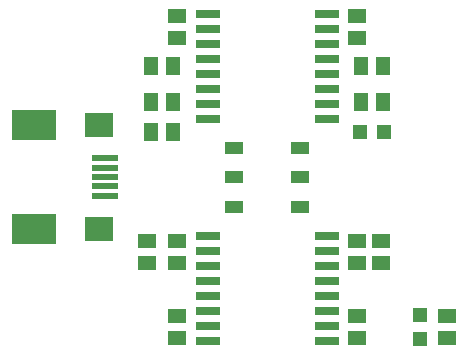
<source format=gbr>
G04 EAGLE Gerber RS-274X export*
G75*
%MOMM*%
%FSLAX34Y34*%
%LPD*%
%INSolderpaste Top*%
%IPPOS*%
%AMOC8*
5,1,8,0,0,1.08239X$1,22.5*%
G01*
%ADD10R,2.032000X0.660400*%
%ADD11R,1.500000X1.300000*%
%ADD12R,1.300000X1.500000*%
%ADD13R,1.200000X1.300000*%
%ADD14R,2.400000X2.000000*%
%ADD15R,2.308000X0.500000*%
%ADD16R,3.810000X2.540000*%
%ADD17R,1.500000X1.000000*%
%ADD18R,1.200000X1.200000*%


D10*
X178308Y290830D03*
X178308Y278130D03*
X178308Y265430D03*
X178308Y252730D03*
X178308Y240030D03*
X178308Y227330D03*
X178308Y214630D03*
X178308Y201930D03*
X278892Y201930D03*
X278892Y214630D03*
X278892Y227330D03*
X278892Y240030D03*
X278892Y252730D03*
X278892Y265430D03*
X278892Y278130D03*
X278892Y290830D03*
X178308Y102870D03*
X178308Y90170D03*
X178308Y77470D03*
X178308Y64770D03*
X178308Y52070D03*
X178308Y39370D03*
X178308Y26670D03*
X178308Y13970D03*
X278892Y13970D03*
X278892Y26670D03*
X278892Y39370D03*
X278892Y52070D03*
X278892Y64770D03*
X278892Y77470D03*
X278892Y90170D03*
X278892Y102870D03*
D11*
X152400Y288900D03*
X152400Y269900D03*
D12*
X149200Y246380D03*
X130200Y246380D03*
D11*
X304800Y269900D03*
X304800Y288900D03*
D12*
X327000Y246380D03*
X308000Y246380D03*
X130200Y215900D03*
X149200Y215900D03*
X130200Y190500D03*
X149200Y190500D03*
X308000Y215900D03*
X327000Y215900D03*
D13*
X307340Y190500D03*
X327660Y190500D03*
D11*
X304800Y98400D03*
X304800Y79400D03*
X325120Y98400D03*
X325120Y79400D03*
X304800Y15900D03*
X304800Y34900D03*
X152400Y98400D03*
X152400Y79400D03*
X127000Y98400D03*
X127000Y79400D03*
X152400Y15900D03*
X152400Y34900D03*
D14*
X85800Y196400D03*
D15*
X91440Y168400D03*
X91440Y160400D03*
X91440Y152400D03*
X91440Y144400D03*
X91440Y136400D03*
D16*
X30800Y196400D03*
D14*
X85800Y108400D03*
D16*
X30800Y108400D03*
D17*
X200600Y127400D03*
X200600Y152400D03*
X200600Y177400D03*
X256600Y177400D03*
X256600Y152400D03*
X256600Y127400D03*
D18*
X358140Y35900D03*
X358140Y14900D03*
D11*
X381000Y34900D03*
X381000Y15900D03*
M02*

</source>
